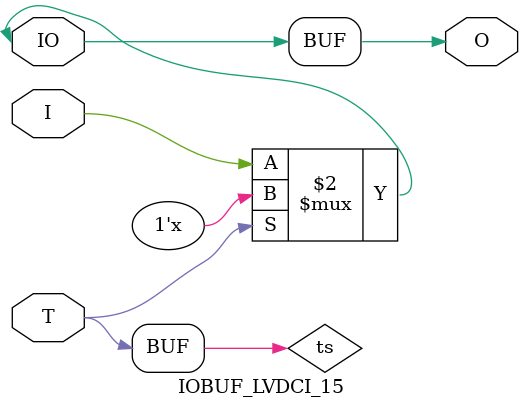
<source format=v>

/*

FUNCTION    : INPUT TRI-STATE OUTPUT BUFFER

*/

`celldefine
`timescale  100 ps / 10 ps

module IOBUF_LVDCI_15 (O, IO, I, T);

    output O;

    inout  IO;

    input  I, T;

    or O1 (ts, 1'b0, T);
    bufif0 T1 (IO, I, ts);

    buf B1 (O, IO);

endmodule

</source>
